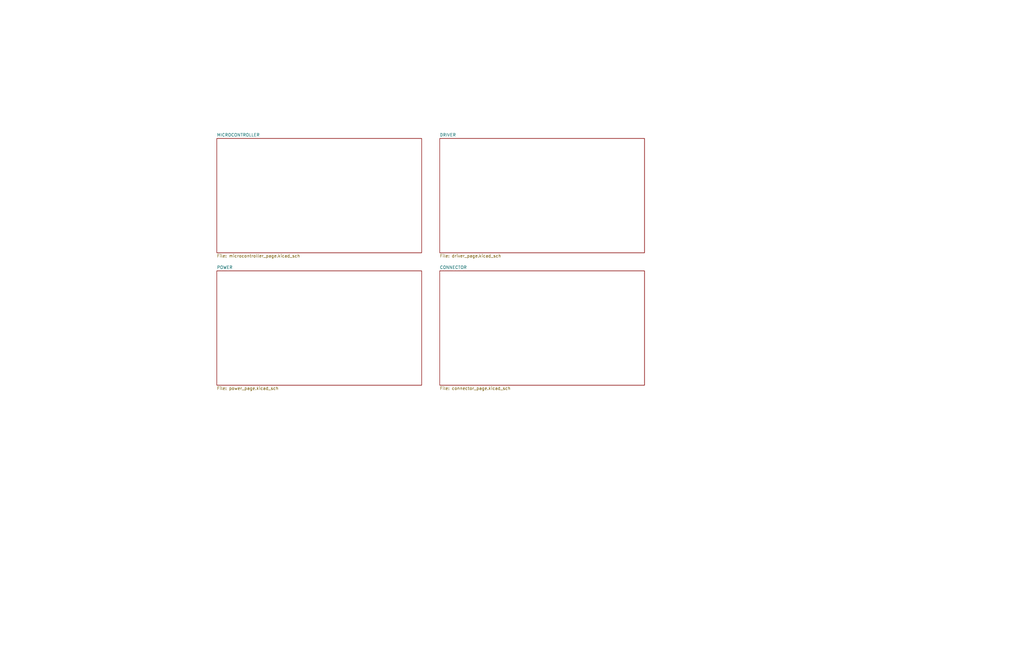
<source format=kicad_sch>
(kicad_sch (version 20230121) (generator eeschema)
  (paper "B")
  (lib_symbols)
  (sheet (at 185.42 114.3) (size 86.36 48.26) (stroke (width 0.1524))
    (property "Sheetname" "CONNECTOR" (at 185.42 113.5884 0) (effects (justify left bottom)))
    (property "Sheetfile" "connector_page.kicad_sch" (at 185.42 163.1446 0) (effects (justify left top)))
  )
  (sheet (at 91.44 114.3) (size 86.36 48.26) (stroke (width 0.1524))
    (property "Sheetname" "POWER" (at 91.44 113.5884 0) (effects (justify left bottom)))
    (property "Sheetfile" "power_page.kicad_sch" (at 91.44 163.1446 0) (effects (justify left top)))
  )
  (sheet (at 91.44 58.42) (size 86.36 48.26) (stroke (width 0.1524))
    (property "Sheetname" "MICROCONTROLLER" (at 91.44 57.7084 0) (effects (justify left bottom)))
    (property "Sheetfile" "microcontroller_page.kicad_sch" (at 91.44 107.2646 0) (effects (justify left top)))
  )
  (sheet (at 185.42 58.42) (size 86.36 48.26) (stroke (width 0.1524))
    (property "Sheetname" "DRIVER" (at 185.42 57.7084 0) (effects (justify left bottom)))
    (property "Sheetfile" "driver_page.kicad_sch" (at 185.42 107.2646 0) (effects (justify left top)))
  )
)
</source>
